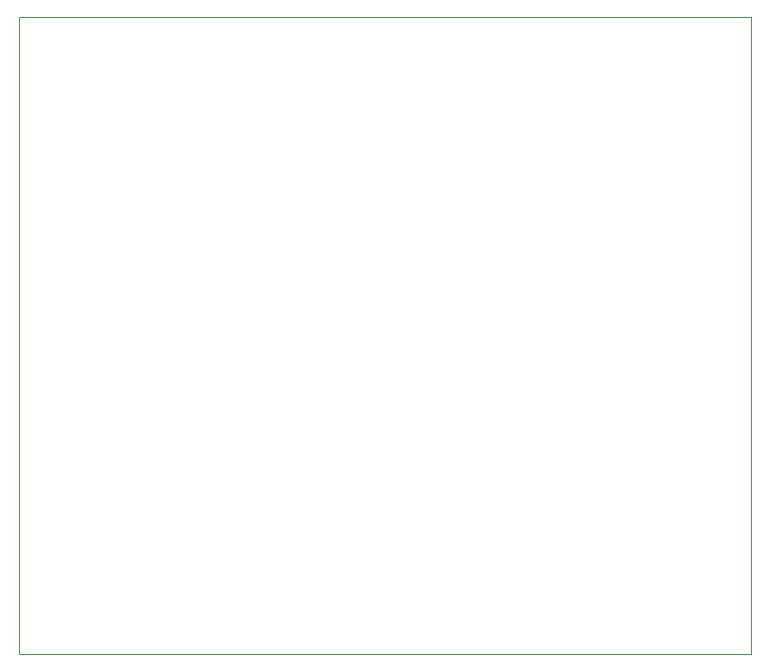
<source format=gbr>
G04 #@! TF.GenerationSoftware,KiCad,Pcbnew,(6.0.4)*
G04 #@! TF.CreationDate,2023-05-26T09:54:04+02:00*
G04 #@! TF.ProjectId,Kicad-TemplateProjet,4b696361-642d-4546-956d-706c61746550,rev?*
G04 #@! TF.SameCoordinates,Original*
G04 #@! TF.FileFunction,Profile,NP*
%FSLAX46Y46*%
G04 Gerber Fmt 4.6, Leading zero omitted, Abs format (unit mm)*
G04 Created by KiCad (PCBNEW (6.0.4)) date 2023-05-26 09:54:04*
%MOMM*%
%LPD*%
G01*
G04 APERTURE LIST*
G04 #@! TA.AperFunction,Profile*
%ADD10C,0.100000*%
G04 #@! TD*
G04 APERTURE END LIST*
D10*
X96000000Y-73000000D02*
X158000000Y-73000000D01*
X96000000Y-127000000D02*
X96000000Y-73000000D01*
X158000000Y-127000000D02*
X96000000Y-127000000D01*
X158000000Y-73000000D02*
X158000000Y-127000000D01*
M02*

</source>
